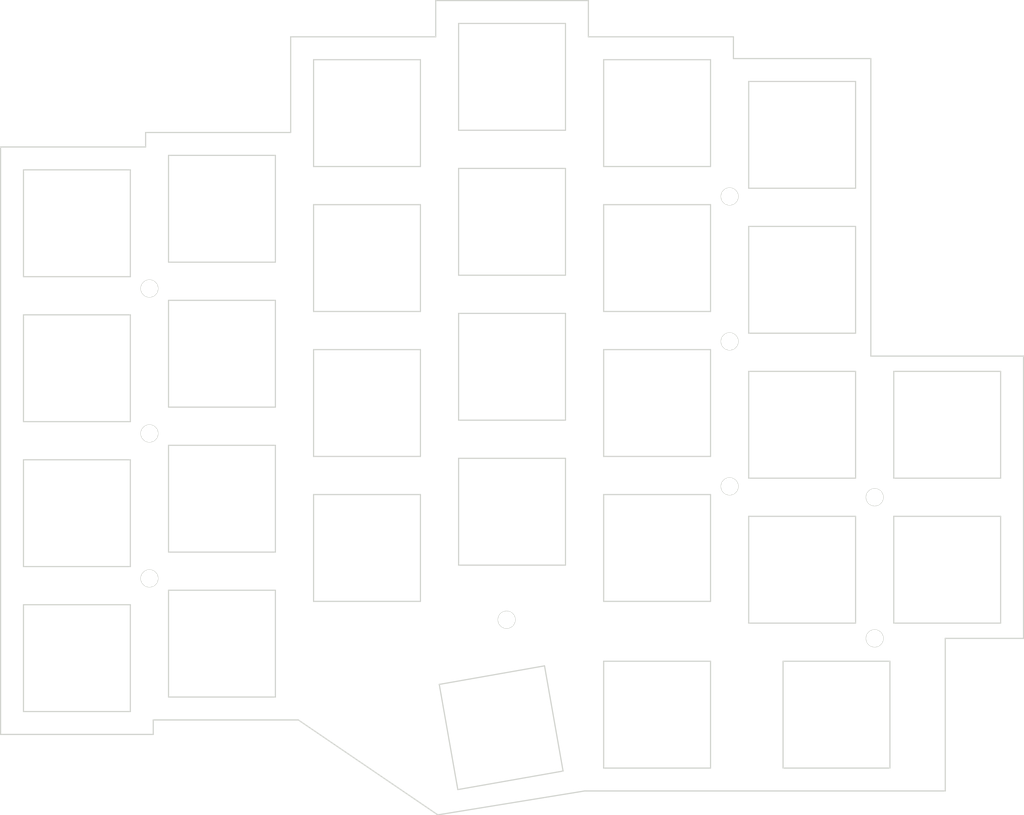
<source format=kicad_pcb>
(kicad_pcb (version 20240108) (generator "ergogen") (generator_version "4.2.1")
  (title_block (title "switchplate") (date "2025-12-28") (rev "1") (company "Scybin"))
  (layers (0 "F.Cu" signal) (31 "B.Cu" signal) (34 "B.Paste" user) (35 "F.Paste" user) (36 "B.SilkS" user "B.Silkscreen") (37 "F.SilkS" user "F.Silkscreen") (38 "B.Mask" user) (39 "F.Mask" user) (44 "Edge.Cuts" user))
  (net 0 "")
  (footprint "ceoloide:mounting_hole_npth" (layer "F.Cu") (at 109.5 101.55 0)
    (property "Reference" "MH1" hide)
    (pad "" np_thru_hole circle (at 0 0 0) (size 2.2 2.2) (drill 2.2) (layers "*.Cu" "*.Mask"))
  )
  (footprint "ceoloide:mounting_hole_npth" (layer "F.Cu") (at 109.5 120.55 0)
    (property "Reference" "MH2" hide)
    (pad "" np_thru_hole circle (at 0 0 0) (size 2.2 2.2) (drill 2.2) (layers "*.Cu" "*.Mask"))
  )
  (footprint "ceoloide:mounting_hole_npth" (layer "F.Cu") (at 109.5 139.55 0)
    (property "Reference" "MH3" hide)
    (pad "" np_thru_hole circle (at 0 0 0) (size 2.2 2.2) (drill 2.2) (layers "*.Cu" "*.Mask"))
  )
  (footprint "ceoloide:mounting_hole_npth" (layer "F.Cu") (at 156.2875 144.965 0)
    (property "Reference" "MH4" hide)
    (pad "" np_thru_hole circle (at 0 0 0) (size 2.2 2.2) (drill 2.2) (layers "*.Cu" "*.Mask"))
  )
  (footprint "ceoloide:mounting_hole_npth" (layer "F.Cu") (at 185.5 89.485 0)
    (property "Reference" "MH5" hide)
    (pad "" np_thru_hole circle (at 0 0 0) (size 2.2 2.2) (drill 2.2) (layers "*.Cu" "*.Mask"))
  )
  (footprint "ceoloide:mounting_hole_npth" (layer "F.Cu") (at 185.5 108.485 0)
    (property "Reference" "MH6" hide)
    (pad "" np_thru_hole circle (at 0 0 0) (size 2.2 2.2) (drill 2.2) (layers "*.Cu" "*.Mask"))
  )
  (footprint "ceoloide:mounting_hole_npth" (layer "F.Cu") (at 185.5 127.485 0)
    (property "Reference" "MH7" hide)
    (pad "" np_thru_hole circle (at 0 0 0) (size 2.2 2.2) (drill 2.2) (layers "*.Cu" "*.Mask"))
  )
  (footprint "ceoloide:mounting_hole_npth" (layer "F.Cu") (at 204.5 128.91 0)
    (property "Reference" "MH8" hide)
    (pad "" np_thru_hole circle (at 0 0 0) (size 2.2 2.2) (drill 2.2) (layers "*.Cu" "*.Mask"))
  )
  (footprint "ceoloide:mounting_hole_npth" (layer "F.Cu") (at 204.5 147.41 0)
    (property "Reference" "MH9" hide)
    (pad "" np_thru_hole circle (at 0 0 0) (size 2.2 2.2) (drill 2.2) (layers "*.Cu" "*.Mask"))
  )
  (gr_line (start 90 160) (end 90 83) (layer Edge.Cuts) (stroke (width 0.15)))
  (gr_line (start 90 83) (end 109 83) (layer Edge.Cuts) (stroke (width 0.15)))
  (gr_line (start 109 83) (end 109 81.1) (layer Edge.Cuts) (stroke (width 0.15)))
  (gr_line (start 109 81.1) (end 128 81.1) (layer Edge.Cuts) (stroke (width 0.15)))
  (gr_line (start 128 81.1) (end 128 68.56) (layer Edge.Cuts) (stroke (width 0.15)))
  (gr_line (start 128 68.56) (end 147 68.56) (layer Edge.Cuts) (stroke (width 0.15)))
  (gr_line (start 147 68.56) (end 147 63.81) (layer Edge.Cuts) (stroke (width 0.15)))
  (gr_line (start 147 63.81) (end 167 63.81) (layer Edge.Cuts) (stroke (width 0.15)))
  (gr_line (start 167 63.81) (end 167 68.56) (layer Edge.Cuts) (stroke (width 0.15)))
  (gr_line (start 167 68.56) (end 186 68.56) (layer Edge.Cuts) (stroke (width 0.15)))
  (gr_line (start 186 68.56) (end 186 71.41) (layer Edge.Cuts) (stroke (width 0.15)))
  (gr_line (start 186 71.41) (end 204 71.41) (layer Edge.Cuts) (stroke (width 0.15)))
  (gr_line (start 204 71.41) (end 204 110.41) (layer Edge.Cuts) (stroke (width 0.15)))
  (gr_line (start 204 110.41) (end 224 110.41) (layer Edge.Cuts) (stroke (width 0.15)))
  (gr_line (start 224 110.41) (end 224 147.41) (layer Edge.Cuts) (stroke (width 0.15)))
  (gr_line (start 224 147.41) (end 213.75 147.41) (layer Edge.Cuts) (stroke (width 0.15)))
  (gr_line (start 213.75 147.41) (end 213.75 167.41) (layer Edge.Cuts) (stroke (width 0.15)))
  (gr_line (start 166.5 167.41) (end 213.75 167.41) (layer Edge.Cuts) (stroke (width 0.15)))
  (gr_line (start 166.5 167.41) (end 147.27429049999998 170.5419278) (layer Edge.Cuts) (stroke (width 0.15)))
  (gr_line (start 147.27429049999998 170.5419278) (end 129 158.1) (layer Edge.Cuts) (stroke (width 0.15)))
  (gr_line (start 129 158.1) (end 110 158.1) (layer Edge.Cuts) (stroke (width 0.15)))
  (gr_line (start 110 158.1) (end 110 160) (layer Edge.Cuts) (stroke (width 0.15)))
  (gr_line (start 110 160) (end 90 160) (layer Edge.Cuts) (stroke (width 0.15)))
  (gr_line (start 93 157) (end 107 157) (layer Edge.Cuts) (stroke (width 0.15)))
  (gr_line (start 107 157) (end 107 143) (layer Edge.Cuts) (stroke (width 0.15)))
  (gr_line (start 107 143) (end 93 143) (layer Edge.Cuts) (stroke (width 0.15)))
  (gr_line (start 93 143) (end 93 157) (layer Edge.Cuts) (stroke (width 0.15)))
  (gr_line (start 93 138) (end 107 138) (layer Edge.Cuts) (stroke (width 0.15)))
  (gr_line (start 107 138) (end 107 124) (layer Edge.Cuts) (stroke (width 0.15)))
  (gr_line (start 107 124) (end 93 124) (layer Edge.Cuts) (stroke (width 0.15)))
  (gr_line (start 93 124) (end 93 138) (layer Edge.Cuts) (stroke (width 0.15)))
  (gr_line (start 93 119) (end 107 119) (layer Edge.Cuts) (stroke (width 0.15)))
  (gr_line (start 107 119) (end 107 105) (layer Edge.Cuts) (stroke (width 0.15)))
  (gr_line (start 107 105) (end 93 105) (layer Edge.Cuts) (stroke (width 0.15)))
  (gr_line (start 93 105) (end 93 119) (layer Edge.Cuts) (stroke (width 0.15)))
  (gr_line (start 93 100) (end 107 100) (layer Edge.Cuts) (stroke (width 0.15)))
  (gr_line (start 107 100) (end 107 86) (layer Edge.Cuts) (stroke (width 0.15)))
  (gr_line (start 107 86) (end 93 86) (layer Edge.Cuts) (stroke (width 0.15)))
  (gr_line (start 93 86) (end 93 100) (layer Edge.Cuts) (stroke (width 0.15)))
  (gr_line (start 112 155.1) (end 126 155.1) (layer Edge.Cuts) (stroke (width 0.15)))
  (gr_line (start 126 155.1) (end 126 141.1) (layer Edge.Cuts) (stroke (width 0.15)))
  (gr_line (start 126 141.1) (end 112 141.1) (layer Edge.Cuts) (stroke (width 0.15)))
  (gr_line (start 112 141.1) (end 112 155.1) (layer Edge.Cuts) (stroke (width 0.15)))
  (gr_line (start 112 136.1) (end 126 136.1) (layer Edge.Cuts) (stroke (width 0.15)))
  (gr_line (start 126 136.1) (end 126 122.1) (layer Edge.Cuts) (stroke (width 0.15)))
  (gr_line (start 126 122.1) (end 112 122.1) (layer Edge.Cuts) (stroke (width 0.15)))
  (gr_line (start 112 122.1) (end 112 136.1) (layer Edge.Cuts) (stroke (width 0.15)))
  (gr_line (start 112 117.1) (end 126 117.1) (layer Edge.Cuts) (stroke (width 0.15)))
  (gr_line (start 126 117.1) (end 126 103.1) (layer Edge.Cuts) (stroke (width 0.15)))
  (gr_line (start 126 103.1) (end 112 103.1) (layer Edge.Cuts) (stroke (width 0.15)))
  (gr_line (start 112 103.1) (end 112 117.1) (layer Edge.Cuts) (stroke (width 0.15)))
  (gr_line (start 112 98.1) (end 126 98.1) (layer Edge.Cuts) (stroke (width 0.15)))
  (gr_line (start 126 98.1) (end 126 84.1) (layer Edge.Cuts) (stroke (width 0.15)))
  (gr_line (start 126 84.1) (end 112 84.1) (layer Edge.Cuts) (stroke (width 0.15)))
  (gr_line (start 112 84.1) (end 112 98.1) (layer Edge.Cuts) (stroke (width 0.15)))
  (gr_line (start 131 142.56) (end 145 142.56) (layer Edge.Cuts) (stroke (width 0.15)))
  (gr_line (start 145 142.56) (end 145 128.56) (layer Edge.Cuts) (stroke (width 0.15)))
  (gr_line (start 145 128.56) (end 131 128.56) (layer Edge.Cuts) (stroke (width 0.15)))
  (gr_line (start 131 128.56) (end 131 142.56) (layer Edge.Cuts) (stroke (width 0.15)))
  (gr_line (start 131 123.56) (end 145 123.56) (layer Edge.Cuts) (stroke (width 0.15)))
  (gr_line (start 145 123.56) (end 145 109.56) (layer Edge.Cuts) (stroke (width 0.15)))
  (gr_line (start 145 109.56) (end 131 109.56) (layer Edge.Cuts) (stroke (width 0.15)))
  (gr_line (start 131 109.56) (end 131 123.56) (layer Edge.Cuts) (stroke (width 0.15)))
  (gr_line (start 131 104.56) (end 145 104.56) (layer Edge.Cuts) (stroke (width 0.15)))
  (gr_line (start 145 104.56) (end 145 90.56) (layer Edge.Cuts) (stroke (width 0.15)))
  (gr_line (start 145 90.56) (end 131 90.56) (layer Edge.Cuts) (stroke (width 0.15)))
  (gr_line (start 131 90.56) (end 131 104.56) (layer Edge.Cuts) (stroke (width 0.15)))
  (gr_line (start 131 85.56) (end 145 85.56) (layer Edge.Cuts) (stroke (width 0.15)))
  (gr_line (start 145 85.56) (end 145 71.56) (layer Edge.Cuts) (stroke (width 0.15)))
  (gr_line (start 145 71.56) (end 131 71.56) (layer Edge.Cuts) (stroke (width 0.15)))
  (gr_line (start 131 71.56) (end 131 85.56) (layer Edge.Cuts) (stroke (width 0.15)))
  (gr_line (start 150 137.81) (end 164 137.81) (layer Edge.Cuts) (stroke (width 0.15)))
  (gr_line (start 164 137.81) (end 164 123.81) (layer Edge.Cuts) (stroke (width 0.15)))
  (gr_line (start 164 123.81) (end 150 123.81) (layer Edge.Cuts) (stroke (width 0.15)))
  (gr_line (start 150 123.81) (end 150 137.81) (layer Edge.Cuts) (stroke (width 0.15)))
  (gr_line (start 150 118.81) (end 164 118.81) (layer Edge.Cuts) (stroke (width 0.15)))
  (gr_line (start 164 118.81) (end 164 104.81) (layer Edge.Cuts) (stroke (width 0.15)))
  (gr_line (start 164 104.81) (end 150 104.81) (layer Edge.Cuts) (stroke (width 0.15)))
  (gr_line (start 150 104.81) (end 150 118.81) (layer Edge.Cuts) (stroke (width 0.15)))
  (gr_line (start 150 99.81) (end 164 99.81) (layer Edge.Cuts) (stroke (width 0.15)))
  (gr_line (start 164 99.81) (end 164 85.81) (layer Edge.Cuts) (stroke (width 0.15)))
  (gr_line (start 164 85.81) (end 150 85.81) (layer Edge.Cuts) (stroke (width 0.15)))
  (gr_line (start 150 85.81) (end 150 99.81) (layer Edge.Cuts) (stroke (width 0.15)))
  (gr_line (start 150 80.81) (end 164 80.81) (layer Edge.Cuts) (stroke (width 0.15)))
  (gr_line (start 164 80.81) (end 164 66.81) (layer Edge.Cuts) (stroke (width 0.15)))
  (gr_line (start 164 66.81) (end 150 66.81) (layer Edge.Cuts) (stroke (width 0.15)))
  (gr_line (start 150 66.81) (end 150 80.81) (layer Edge.Cuts) (stroke (width 0.15)))
  (gr_line (start 169 142.56) (end 183 142.56) (layer Edge.Cuts) (stroke (width 0.15)))
  (gr_line (start 183 142.56) (end 183 128.56) (layer Edge.Cuts) (stroke (width 0.15)))
  (gr_line (start 183 128.56) (end 169 128.56) (layer Edge.Cuts) (stroke (width 0.15)))
  (gr_line (start 169 128.56) (end 169 142.56) (layer Edge.Cuts) (stroke (width 0.15)))
  (gr_line (start 169 123.56) (end 183 123.56) (layer Edge.Cuts) (stroke (width 0.15)))
  (gr_line (start 183 123.56) (end 183 109.56) (layer Edge.Cuts) (stroke (width 0.15)))
  (gr_line (start 183 109.56) (end 169 109.56) (layer Edge.Cuts) (stroke (width 0.15)))
  (gr_line (start 169 109.56) (end 169 123.56) (layer Edge.Cuts) (stroke (width 0.15)))
  (gr_line (start 169 104.56) (end 183 104.56) (layer Edge.Cuts) (stroke (width 0.15)))
  (gr_line (start 183 104.56) (end 183 90.56) (layer Edge.Cuts) (stroke (width 0.15)))
  (gr_line (start 183 90.56) (end 169 90.56) (layer Edge.Cuts) (stroke (width 0.15)))
  (gr_line (start 169 90.56) (end 169 104.56) (layer Edge.Cuts) (stroke (width 0.15)))
  (gr_line (start 169 85.56) (end 183 85.56) (layer Edge.Cuts) (stroke (width 0.15)))
  (gr_line (start 183 85.56) (end 183 71.56) (layer Edge.Cuts) (stroke (width 0.15)))
  (gr_line (start 183 71.56) (end 169 71.56) (layer Edge.Cuts) (stroke (width 0.15)))
  (gr_line (start 169 71.56) (end 169 85.56) (layer Edge.Cuts) (stroke (width 0.15)))
  (gr_line (start 188 145.41) (end 202 145.41) (layer Edge.Cuts) (stroke (width 0.15)))
  (gr_line (start 202 145.41) (end 202 131.41) (layer Edge.Cuts) (stroke (width 0.15)))
  (gr_line (start 202 131.41) (end 188 131.41) (layer Edge.Cuts) (stroke (width 0.15)))
  (gr_line (start 188 131.41) (end 188 145.41) (layer Edge.Cuts) (stroke (width 0.15)))
  (gr_line (start 188 126.41) (end 202 126.41) (layer Edge.Cuts) (stroke (width 0.15)))
  (gr_line (start 202 126.41) (end 202 112.41) (layer Edge.Cuts) (stroke (width 0.15)))
  (gr_line (start 202 112.41) (end 188 112.41) (layer Edge.Cuts) (stroke (width 0.15)))
  (gr_line (start 188 112.41) (end 188 126.41) (layer Edge.Cuts) (stroke (width 0.15)))
  (gr_line (start 188 107.41) (end 202 107.41) (layer Edge.Cuts) (stroke (width 0.15)))
  (gr_line (start 202 107.41) (end 202 93.41) (layer Edge.Cuts) (stroke (width 0.15)))
  (gr_line (start 202 93.41) (end 188 93.41) (layer Edge.Cuts) (stroke (width 0.15)))
  (gr_line (start 188 93.41) (end 188 107.41) (layer Edge.Cuts) (stroke (width 0.15)))
  (gr_line (start 188 88.41) (end 202 88.41) (layer Edge.Cuts) (stroke (width 0.15)))
  (gr_line (start 202 88.41) (end 202 74.41) (layer Edge.Cuts) (stroke (width 0.15)))
  (gr_line (start 202 74.41) (end 188 74.41) (layer Edge.Cuts) (stroke (width 0.15)))
  (gr_line (start 188 74.41) (end 188 88.41) (layer Edge.Cuts) (stroke (width 0.15)))
  (gr_line (start 149.896883 167.2291915) (end 163.6841915 164.798117) (layer Edge.Cuts) (stroke (width 0.15)))
  (gr_line (start 163.6841915 164.798117) (end 161.25311699999997 151.0108085) (layer Edge.Cuts) (stroke (width 0.15)))
  (gr_line (start 161.25311699999997 151.0108085) (end 147.46580849999998 153.44188300000002) (layer Edge.Cuts) (stroke (width 0.15)))
  (gr_line (start 147.46580849999998 153.44188300000002) (end 149.896883 167.2291915) (layer Edge.Cuts) (stroke (width 0.15)))
  (gr_line (start 169 164.41) (end 183 164.41) (layer Edge.Cuts) (stroke (width 0.15)))
  (gr_line (start 183 164.41) (end 183 150.41) (layer Edge.Cuts) (stroke (width 0.15)))
  (gr_line (start 183 150.41) (end 169 150.41) (layer Edge.Cuts) (stroke (width 0.15)))
  (gr_line (start 169 150.41) (end 169 164.41) (layer Edge.Cuts) (stroke (width 0.15)))
  (gr_line (start 192.5 164.41) (end 206.5 164.41) (layer Edge.Cuts) (stroke (width 0.15)))
  (gr_line (start 206.5 164.41) (end 206.5 150.41) (layer Edge.Cuts) (stroke (width 0.15)))
  (gr_line (start 206.5 150.41) (end 192.5 150.41) (layer Edge.Cuts) (stroke (width 0.15)))
  (gr_line (start 192.5 150.41) (end 192.5 164.41) (layer Edge.Cuts) (stroke (width 0.15)))
  (gr_line (start 207 145.41) (end 221 145.41) (layer Edge.Cuts) (stroke (width 0.15)))
  (gr_line (start 221 145.41) (end 221 131.41) (layer Edge.Cuts) (stroke (width 0.15)))
  (gr_line (start 221 131.41) (end 207 131.41) (layer Edge.Cuts) (stroke (width 0.15)))
  (gr_line (start 207 131.41) (end 207 145.41) (layer Edge.Cuts) (stroke (width 0.15)))
  (gr_line (start 207 126.41) (end 221 126.41) (layer Edge.Cuts) (stroke (width 0.15)))
  (gr_line (start 221 126.41) (end 221 112.41) (layer Edge.Cuts) (stroke (width 0.15)))
  (gr_line (start 221 112.41) (end 207 112.41) (layer Edge.Cuts) (stroke (width 0.15)))
  (gr_line (start 207 112.41) (end 207 126.41) (layer Edge.Cuts) (stroke (width 0.15)))
  (gr_circle (center 109.5 101.55) (end 110.6 101.55) (layer Edge.Cuts) (stroke (width 0.15)) (fill none))
  (gr_circle (center 109.5 120.55) (end 110.6 120.55) (layer Edge.Cuts) (stroke (width 0.15)) (fill none))
  (gr_circle (center 109.5 139.55) (end 110.6 139.55) (layer Edge.Cuts) (stroke (width 0.15)) (fill none))
  (gr_circle (center 156.2875 144.965) (end 157.3875 144.965) (layer Edge.Cuts) (stroke (width 0.15)) (fill none))
  (gr_circle (center 185.5 89.485) (end 186.6 89.485) (layer Edge.Cuts) (stroke (width 0.15)) (fill none))
  (gr_circle (center 185.5 108.485) (end 186.6 108.485) (layer Edge.Cuts) (stroke (width 0.15)) (fill none))
  (gr_circle (center 185.5 127.485) (end 186.6 127.485) (layer Edge.Cuts) (stroke (width 0.15)) (fill none))
  (gr_circle (center 204.5 128.91) (end 205.6 128.91) (layer Edge.Cuts) (stroke (width 0.15)) (fill none))
  (gr_circle (center 204.5 147.41) (end 205.6 147.41) (layer Edge.Cuts) (stroke (width 0.15)) (fill none))
)
</source>
